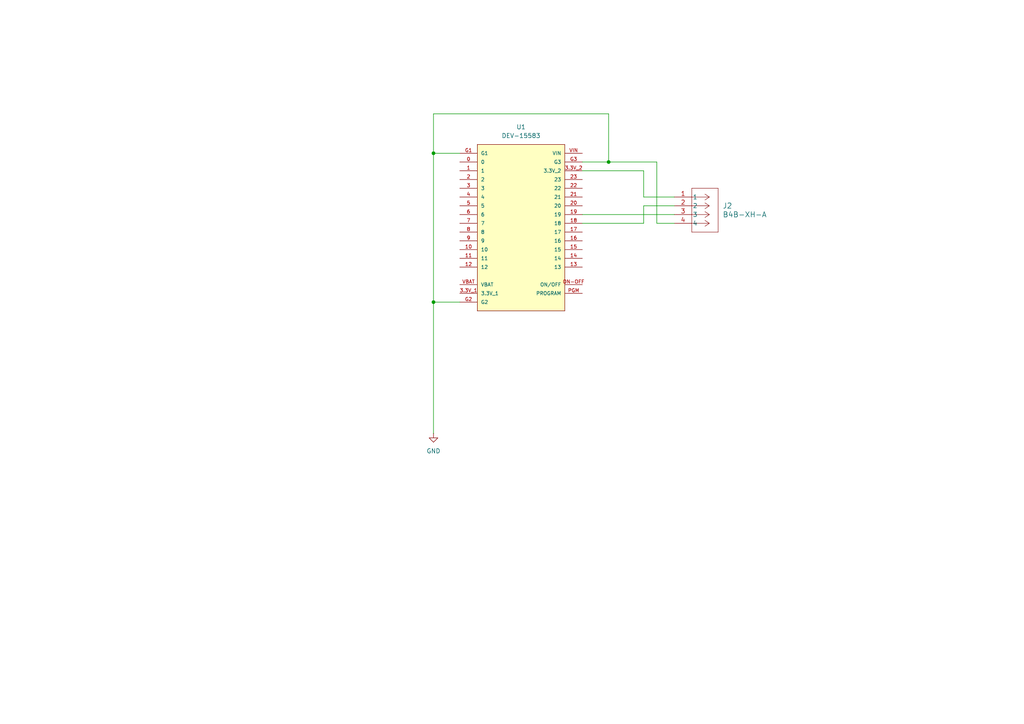
<source format=kicad_sch>
(kicad_sch (version 20250114) (generator "eeschema") (generator_version "9.0")
  (paper "A4")
  (lib_symbols
    (symbol "2025-09-13_16-31-34:B4B-XH-A" (pin_names (offset 0.254))
      (property "Reference" "J" (at 8.89 6.35 0))
      (property "Value" "B4B-XH-A" (at 0 0 0))
      (symbol "B4B-XH-A_1_1"
        (polyline (pts (xy 5.08 2.54) (xy 5.08 -10.16)) (stroke (width 0.127)))
        (polyline (pts (xy 5.08 -10.16) (xy 12.7 -10.16)) (stroke (width 0.127)))
        (polyline (pts (xy 10.16 0) (xy 5.08 0)) (stroke (width 0.127)))
        (polyline (pts (xy 10.16 0) (xy 8.89 0.8467)) (stroke (width 0.127)))
        (polyline (pts (xy 10.16 0) (xy 8.89 -0.8467)) (stroke (width 0.127)))
        (polyline (pts (xy 10.16 -2.54) (xy 5.08 -2.54)) (stroke (width 0.127)))
        (polyline (pts (xy 10.16 -2.54) (xy 8.89 -1.6933)) (stroke (width 0.127)))
        (polyline (pts (xy 10.16 -2.54) (xy 8.89 -3.3867)) (stroke (width 0.127)))
        (polyline (pts (xy 10.16 -5.08) (xy 5.08 -5.08)) (stroke (width 0.127)))
        (polyline (pts (xy 10.16 -5.08) (xy 8.89 -4.2333)) (stroke (width 0.127)))
        (polyline (pts (xy 10.16 -5.08) (xy 8.89 -5.9267)) (stroke (width 0.127)))
        (polyline (pts (xy 10.16 -7.62) (xy 5.08 -7.62)) (stroke (width 0.127)))
        (polyline (pts (xy 10.16 -7.62) (xy 8.89 -6.7733)) (stroke (width 0.127)))
        (polyline (pts (xy 10.16 -7.62) (xy 8.89 -8.4667)) (stroke (width 0.127)))
        (polyline (pts (xy 12.7 2.54) (xy 5.08 2.54)) (stroke (width 0.127)))
        (polyline (pts (xy 12.7 -10.16) (xy 12.7 2.54)) (stroke (width 0.127)))
        (pin unspecified line (at 0 0 0) (length 5.08) (name "1") (number "1"))
        (pin unspecified line (at 0 -2.54 0) (length 5.08) (name "2") (number "2"))
        (pin unspecified line (at 0 -5.08 0) (length 5.08) (name "3") (number "3"))
        (pin unspecified line (at 0 -7.62 0) (length 5.08) (name "4") (number "4"))
      )
      (symbol "B4B-XH-A_1_2"
        (polyline (pts (xy 5.08 2.54) (xy 5.08 -10.16)) (stroke (width 0.127)))
        (polyline (pts (xy 5.08 -10.16) (xy 12.7 -10.16)) (stroke (width 0.127)))
        (polyline (pts (xy 7.62 0) (xy 5.08 0)) (stroke (width 0.127)))
        (polyline (pts (xy 7.62 0) (xy 8.89 0.8467)) (stroke (width 0.127)))
        (polyline (pts (xy 7.62 0) (xy 8.89 -0.8467)) (stroke (width 0.127)))
        (polyline (pts (xy 7.62 -2.54) (xy 5.08 -2.54)) (stroke (width 0.127)))
        (polyline (pts (xy 7.62 -2.54) (xy 8.89 -1.6933)) (stroke (width 0.127)))
        (polyline (pts (xy 7.62 -2.54) (xy 8.89 -3.3867)) (stroke (width 0.127)))
        (polyline (pts (xy 7.62 -5.08) (xy 5.08 -5.08)) (stroke (width 0.127)))
        (polyline (pts (xy 7.62 -5.08) (xy 8.89 -4.2333)) (stroke (width 0.127)))
        (polyline (pts (xy 7.62 -5.08) (xy 8.89 -5.9267)) (stroke (width 0.127)))
        (polyline (pts (xy 7.62 -7.62) (xy 5.08 -7.62)) (stroke (width 0.127)))
        (polyline (pts (xy 7.62 -7.62) (xy 8.89 -6.7733)) (stroke (width 0.127)))
        (polyline (pts (xy 7.62 -7.62) (xy 8.89 -8.4667)) (stroke (width 0.127)))
        (polyline (pts (xy 12.7 2.54) (xy 5.08 2.54)) (stroke (width 0.127)))
        (polyline (pts (xy 12.7 -10.16) (xy 12.7 2.54)) (stroke (width 0.127)))
        (pin unspecified line (at 0 0 0) (length 5.08) (name "1") (number "1"))
        (pin unspecified line (at 0 -2.54 0) (length 5.08) (name "2") (number "2"))
        (pin unspecified line (at 0 -5.08 0) (length 5.08) (name "3") (number "3"))
        (pin unspecified line (at 0 -7.62 0) (length 5.08) (name "4") (number "4"))
      )
    )
    (symbol "Teensy:DEV-15583" (pin_names (offset 1.016))
      (property "Reference" "U" (at -12.7 23.622 0))
      (property "Value" "DEV-15583" (at -12.7 -27.94 0))
      (symbol "DEV-15583_0_0"
        (rectangle (start -12.7 -25.4) (end 12.7 22.86) (stroke (width 0.1524)) (fill (type background)))
        (pin power_in line (at -17.78 20.32 0) (length 5.08) (name "G1") (number "G1"))
        (pin bidirectional line (at -17.78 17.78 0) (length 5.08) (name "0") (number "0"))
        (pin bidirectional line (at -17.78 15.24 0) (length 5.08) (name "1") (number "1"))
        (pin bidirectional line (at -17.78 12.7 0) (length 5.08) (name "2") (number "2"))
        (pin bidirectional line (at -17.78 10.16 0) (length 5.08) (name "3") (number "3"))
        (pin bidirectional line (at -17.78 7.62 0) (length 5.08) (name "4") (number "4"))
        (pin bidirectional line (at -17.78 5.08 0) (length 5.08) (name "5") (number "5"))
        (pin bidirectional line (at -17.78 2.54 0) (length 5.08) (name "6") (number "6"))
        (pin bidirectional line (at -17.78 0 0) (length 5.08) (name "7") (number "7"))
        (pin bidirectional line (at -17.78 -2.54 0) (length 5.08) (name "8") (number "8"))
        (pin bidirectional line (at -17.78 -5.08 0) (length 5.08) (name "9") (number "9"))
        (pin bidirectional line (at -17.78 -7.62 0) (length 5.08) (name "10") (number "10"))
        (pin bidirectional line (at -17.78 -10.16 0) (length 5.08) (name "11") (number "11"))
        (pin bidirectional line (at -17.78 -12.7 0) (length 5.08) (name "12") (number "12"))
        (pin power_in line (at -17.78 -17.78 0) (length 5.08) (name "VBAT") (number "VBAT"))
        (pin power_in line (at -17.78 -20.32 0) (length 5.08) (name "3.3V_1") (number "3.3V_1"))
        (pin power_in line (at -17.78 -22.86 0) (length 5.08) (name "G2") (number "G2"))
        (pin power_in line (at 17.78 20.32 180) (length 5.08) (name "VIN") (number "VIN"))
        (pin power_in line (at 17.78 17.78 180) (length 5.08) (name "G3") (number "G3"))
        (pin power_in line (at 17.78 15.24 180) (length 5.08) (name "3.3V_2") (number "3.3V_2"))
        (pin bidirectional line (at 17.78 12.7 180) (length 5.08) (name "23") (number "23"))
        (pin bidirectional line (at 17.78 10.16 180) (length 5.08) (name "22") (number "22"))
        (pin bidirectional line (at 17.78 7.62 180) (length 5.08) (name "21") (number "21"))
        (pin bidirectional line (at 17.78 5.08 180) (length 5.08) (name "20") (number "20"))
        (pin bidirectional line (at 17.78 2.54 180) (length 5.08) (name "19") (number "19"))
        (pin bidirectional line (at 17.78 0 180) (length 5.08) (name "18") (number "18"))
        (pin bidirectional line (at 17.78 -2.54 180) (length 5.08) (name "17") (number "17"))
        (pin bidirectional line (at 17.78 -5.08 180) (length 5.08) (name "16") (number "16"))
        (pin bidirectional line (at 17.78 -7.62 180) (length 5.08) (name "15") (number "15"))
        (pin bidirectional line (at 17.78 -10.16 180) (length 5.08) (name "14") (number "14"))
        (pin bidirectional line (at 17.78 -12.7 180) (length 5.08) (name "13") (number "13"))
        (pin bidirectional line (at 17.78 -17.78 180) (length 5.08) (name "ON/OFF") (number "ON-OFF"))
        (pin bidirectional line (at 17.78 -20.32 180) (length 5.08) (name "PROGRAM") (number "PGM"))
      )
    )
    (symbol "power:GND" (power) (pin_numbers (hide yes)) (pin_names (offset 0) (hide yes))
      (property "Value" "GND" (at 0 -3.81 0))
      (symbol "GND_0_1"
        (polyline (pts (xy 0 0) (xy 0 -1.27) (xy 1.27 -1.27) (xy 0 -2.54) (xy -1.27 -1.27) (xy 0 -1.27)))
      )
      (symbol "GND_1_1"
        (pin power_in line (at 0 0 270) (length 0) (name "~") (number "1"))
      )
    )
  )
  (junction (at 125.73 44.45))
  (junction (at 176.53 46.99))
  (junction (at 125.73 87.63))
  (wire (pts (xy 125.73 33.02) (xy 125.73 44.45)))
  (wire (pts (xy 133.35 44.45) (xy 125.73 44.45)))
  (wire (pts (xy 168.91 46.99) (xy 176.53 46.99)))
  (wire (pts (xy 186.69 57.15) (xy 195.58 57.15)))
  (wire (pts (xy 168.91 64.77) (xy 186.69 64.77)))
  (wire (pts (xy 125.73 87.63) (xy 125.73 125.73)))
  (wire (pts (xy 168.91 49.53) (xy 186.69 49.53)))
  (wire (pts (xy 176.53 46.99) (xy 190.5 46.99)))
  (wire (pts (xy 186.69 49.53) (xy 186.69 57.15)))
  (wire (pts (xy 125.73 87.63) (xy 133.35 87.63)))
  (wire (pts (xy 176.53 46.99) (xy 176.53 33.02)))
  (wire (pts (xy 176.53 33.02) (xy 125.73 33.02)))
  (wire (pts (xy 168.91 62.23) (xy 195.58 62.23)))
  (wire (pts (xy 125.73 44.45) (xy 125.73 87.63)))
  (wire (pts (xy 195.58 64.77) (xy 190.5 64.77)))
  (wire (pts (xy 190.5 64.77) (xy 190.5 46.99)))
  (wire (pts (xy 186.69 64.77) (xy 186.69 59.69)))
  (wire (pts (xy 186.69 59.69) (xy 195.58 59.69)))
  (symbol (lib_id "Teensy:DEV-15583") (at 151.13 64.77 0) (unit 1)
    (property "Reference" "U1" (at 151.13 36.83 0))
    (property "Value" "DEV-15583" (at 151.13 39.37 0))
    (property "Footprint" "DEV-15583:MODULE_DEV-15583" (effects (hide yes)))
    (property "STANDARD" "Manufacturer Recommendations" (effects (hide yes)))
    (property "MAXIMUM_PACKAGE_HEIGHT" "5.87mm" (effects (hide yes)))
    (property "MANUFACTURER" "Sparkfun" (effects (hide yes)))
  )
  (symbol (lib_id "2025-09-13_16-31-34:B4B-XH-A") (at 195.58 57.15 0) (unit 1)
    (property "Reference" "J2" (at 209.55 59.6899 0) (effects (font (size 1.524 1.524)) (justify left)))
    (property "Value" "B4B-XH-A" (at 209.55 62.2299 0) (effects (font (size 1.524 1.524)) (justify left)))
    (property "Footprint" "CONN_B4B-XH-A_JST" (effects (hide yes)))
    (property "Datasheet" "B4B-XH-A" (effects (hide yes)))
  )
  (symbol (lib_id "power:GND") (at 125.73 125.73 0) (unit 1)
    (property "Reference" "#PWR01" (effects (hide yes)))
    (property "Value" "GND" (at 125.73 130.81 0))
    (property "Description" "Power symbol creates a global label with name \"GND\" , ground" (effects (hide yes)))
  )
)
</source>
